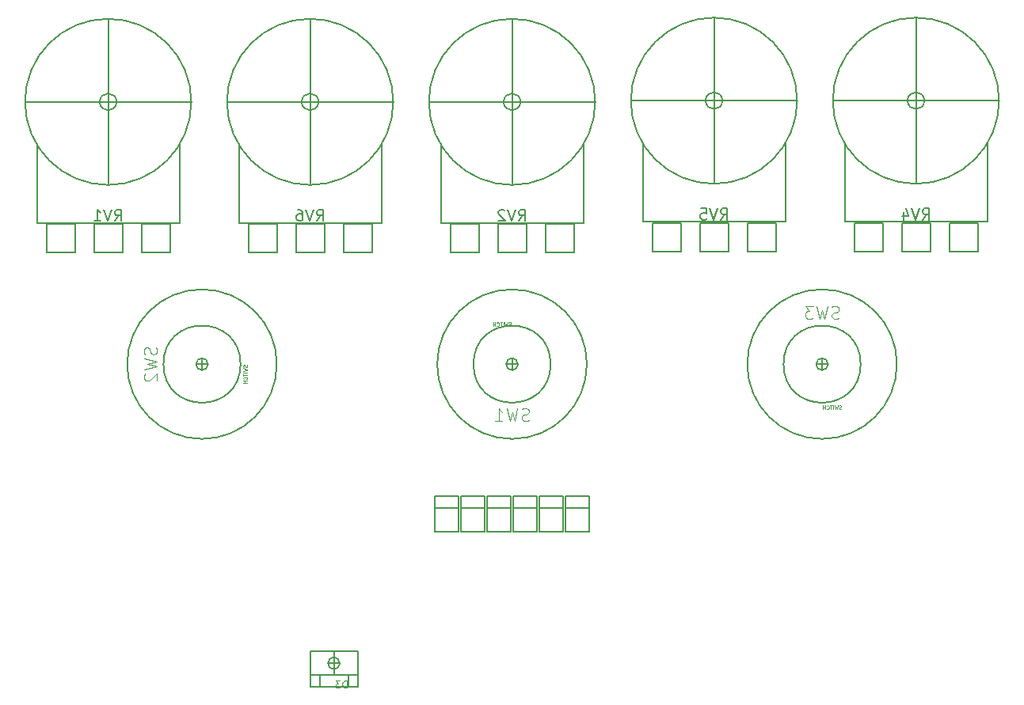
<source format=gbr>
G04 #@! TF.GenerationSoftware,KiCad,Pcbnew,(5.1.9-0-10_14)*
G04 #@! TF.CreationDate,2021-02-25T22:57:31+01:00*
G04 #@! TF.ProjectId,sansamp-gt-2,73616e73-616d-4702-9d67-742d322e6b69,rev?*
G04 #@! TF.SameCoordinates,Original*
G04 #@! TF.FileFunction,Legend,Bot*
G04 #@! TF.FilePolarity,Positive*
%FSLAX46Y46*%
G04 Gerber Fmt 4.6, Leading zero omitted, Abs format (unit mm)*
G04 Created by KiCad (PCBNEW (5.1.9-0-10_14)) date 2021-02-25 22:57:31*
%MOMM*%
%LPD*%
G01*
G04 APERTURE LIST*
%ADD10C,0.127000*%
%ADD11C,0.152400*%
%ADD12C,0.065024*%
%ADD13C,0.113792*%
%ADD14C,0.032512*%
G04 APERTURE END LIST*
D10*
X96266000Y-133223000D02*
X96266000Y-134493000D01*
X99314000Y-133223000D02*
X99314000Y-134493000D01*
X96266000Y-133223000D02*
X96266000Y-134493000D01*
X100330000Y-134112000D02*
X100330000Y-133223000D01*
X100330000Y-134493000D02*
X100330000Y-134112000D01*
X99314000Y-134493000D02*
X100330000Y-134493000D01*
X96266000Y-134493000D02*
X99314000Y-134493000D01*
X95250000Y-134493000D02*
X96266000Y-134493000D01*
X95250000Y-133223000D02*
X95250000Y-134493000D01*
X97790000Y-130683000D02*
X100330000Y-130683000D01*
X97790000Y-133223000D02*
X97790000Y-130683000D01*
X95250000Y-130683000D02*
X95250000Y-133223000D01*
X97790000Y-130683000D02*
X95250000Y-130683000D01*
X100330000Y-133223000D02*
X100330000Y-130683000D01*
X99314000Y-133223000D02*
X100330000Y-133223000D01*
X97790000Y-133223000D02*
X99314000Y-133223000D01*
X96266000Y-133223000D02*
X97790000Y-133223000D01*
X95250000Y-133223000D02*
X96266000Y-133223000D01*
X97155000Y-131953000D02*
X98425000Y-131953000D01*
X97790000Y-131318000D02*
X97790000Y-132588000D01*
X98425000Y-131953000D02*
G75*
G03*
X98425000Y-131953000I-635000J0D01*
G01*
X150622000Y-99949000D02*
G75*
G03*
X150622000Y-99949000I-635000J0D01*
G01*
X149352000Y-99949000D02*
X150622000Y-99949000D01*
X149987000Y-99314000D02*
X149987000Y-100584000D01*
X154110103Y-99949000D02*
G75*
G03*
X154110103Y-99949000I-4123103J0D01*
G01*
X157987000Y-99949000D02*
G75*
G03*
X157987000Y-99949000I-8000000J0D01*
G01*
X84328000Y-99949000D02*
G75*
G03*
X84328000Y-99949000I-635000J0D01*
G01*
X83693000Y-100584000D02*
X83693000Y-99314000D01*
X83058000Y-99949000D02*
X84328000Y-99949000D01*
X87816103Y-99949000D02*
G75*
G03*
X87816103Y-99949000I-4123103J0D01*
G01*
X91693000Y-99949000D02*
G75*
G03*
X91693000Y-99949000I-8000000J0D01*
G01*
X117475000Y-99949000D02*
G75*
G03*
X117475000Y-99949000I-635000J0D01*
G01*
X117475000Y-99949000D02*
X116205000Y-99949000D01*
X116840000Y-100584000D02*
X116840000Y-99314000D01*
X120963103Y-99949000D02*
G75*
G03*
X120963103Y-99949000I-4123103J0D01*
G01*
X124840000Y-99949000D02*
G75*
G03*
X124840000Y-99949000I-8000000J0D01*
G01*
X96148000Y-71882000D02*
G75*
G03*
X96148000Y-71882000I-898000J0D01*
G01*
X87630000Y-76327000D02*
X87630000Y-84836000D01*
X102870000Y-84836000D02*
X102870000Y-76327000D01*
X95250000Y-80772000D02*
X95250000Y-62992000D01*
X86360000Y-71882000D02*
X104140000Y-71882000D01*
X87630000Y-84836000D02*
X102870000Y-84836000D01*
X88646000Y-84963000D02*
X91694000Y-84963000D01*
X93726000Y-84963000D02*
X96774000Y-84963000D01*
X98806000Y-84963000D02*
X101854000Y-84963000D01*
X88646000Y-84963000D02*
X88646000Y-88011000D01*
X88646000Y-88011000D02*
X91694000Y-88011000D01*
X91694000Y-88011000D02*
X91694000Y-84963000D01*
X93726000Y-84963000D02*
X93726000Y-88011000D01*
X93726000Y-88011000D02*
X96774000Y-88011000D01*
X96774000Y-88011000D02*
X96774000Y-84963000D01*
X98806000Y-84963000D02*
X98806000Y-88011000D01*
X98806000Y-88011000D02*
X101854000Y-88011000D01*
X101854000Y-88011000D02*
X101854000Y-84963000D01*
X86360000Y-71882000D02*
G75*
G03*
X95250000Y-80772000I8890000J0D01*
G01*
X95250000Y-80772000D02*
G75*
G03*
X104140000Y-71882000I0J8890000D01*
G01*
X104140000Y-71882002D02*
G75*
G03*
X95250000Y-62992000I-8889901J101D01*
G01*
X95250002Y-62992000D02*
G75*
G03*
X86360000Y-71882000I-101J-8889901D01*
G01*
X139328000Y-71755000D02*
G75*
G03*
X139328000Y-71755000I-898000J0D01*
G01*
X130810000Y-76200000D02*
X130810000Y-84709000D01*
X146050000Y-84709000D02*
X146050000Y-76200000D01*
X138430000Y-80645000D02*
X138430000Y-62865000D01*
X129540000Y-71755000D02*
X147320000Y-71755000D01*
X130810000Y-84709000D02*
X146050000Y-84709000D01*
X131826000Y-84836000D02*
X134874000Y-84836000D01*
X136906000Y-84836000D02*
X139954000Y-84836000D01*
X141986000Y-84836000D02*
X145034000Y-84836000D01*
X131826000Y-84836000D02*
X131826000Y-87884000D01*
X131826000Y-87884000D02*
X134874000Y-87884000D01*
X134874000Y-87884000D02*
X134874000Y-84836000D01*
X136906000Y-84836000D02*
X136906000Y-87884000D01*
X136906000Y-87884000D02*
X139954000Y-87884000D01*
X139954000Y-87884000D02*
X139954000Y-84836000D01*
X141986000Y-84836000D02*
X141986000Y-87884000D01*
X141986000Y-87884000D02*
X145034000Y-87884000D01*
X145034000Y-87884000D02*
X145034000Y-84836000D01*
X129540000Y-71755000D02*
G75*
G03*
X138430000Y-80645000I8890000J0D01*
G01*
X138430000Y-80645000D02*
G75*
G03*
X147320000Y-71755000I0J8890000D01*
G01*
X147320000Y-71755002D02*
G75*
G03*
X138430000Y-62865000I-8889901J101D01*
G01*
X138430002Y-62865000D02*
G75*
G03*
X129540000Y-71755000I-101J-8889901D01*
G01*
X160918000Y-71755000D02*
G75*
G03*
X160918000Y-71755000I-898000J0D01*
G01*
X152400000Y-76200000D02*
X152400000Y-84709000D01*
X167640000Y-84709000D02*
X167640000Y-76200000D01*
X160020000Y-80645000D02*
X160020000Y-62865000D01*
X151130000Y-71755000D02*
X168910000Y-71755000D01*
X152400000Y-84709000D02*
X167640000Y-84709000D01*
X153416000Y-84836000D02*
X156464000Y-84836000D01*
X158496000Y-84836000D02*
X161544000Y-84836000D01*
X163576000Y-84836000D02*
X166624000Y-84836000D01*
X153416000Y-84836000D02*
X153416000Y-87884000D01*
X153416000Y-87884000D02*
X156464000Y-87884000D01*
X156464000Y-87884000D02*
X156464000Y-84836000D01*
X158496000Y-84836000D02*
X158496000Y-87884000D01*
X158496000Y-87884000D02*
X161544000Y-87884000D01*
X161544000Y-87884000D02*
X161544000Y-84836000D01*
X163576000Y-84836000D02*
X163576000Y-87884000D01*
X163576000Y-87884000D02*
X166624000Y-87884000D01*
X166624000Y-87884000D02*
X166624000Y-84836000D01*
X151130000Y-71755000D02*
G75*
G03*
X160020000Y-80645000I8890000J0D01*
G01*
X160020000Y-80645000D02*
G75*
G03*
X168910000Y-71755000I0J8890000D01*
G01*
X168910000Y-71755002D02*
G75*
G03*
X160020000Y-62865000I-8889901J101D01*
G01*
X160020002Y-62865000D02*
G75*
G03*
X151130000Y-71755000I-101J-8889901D01*
G01*
X117738000Y-71882000D02*
G75*
G03*
X117738000Y-71882000I-898000J0D01*
G01*
X109220000Y-76327000D02*
X109220000Y-84836000D01*
X124460000Y-84836000D02*
X124460000Y-76327000D01*
X116840000Y-80772000D02*
X116840000Y-62992000D01*
X107950000Y-71882000D02*
X125730000Y-71882000D01*
X109220000Y-84836000D02*
X124460000Y-84836000D01*
X110236000Y-84963000D02*
X113284000Y-84963000D01*
X115316000Y-84963000D02*
X118364000Y-84963000D01*
X120396000Y-84963000D02*
X123444000Y-84963000D01*
X110236000Y-84963000D02*
X110236000Y-88011000D01*
X110236000Y-88011000D02*
X113284000Y-88011000D01*
X113284000Y-88011000D02*
X113284000Y-84963000D01*
X115316000Y-84963000D02*
X115316000Y-88011000D01*
X115316000Y-88011000D02*
X118364000Y-88011000D01*
X118364000Y-88011000D02*
X118364000Y-84963000D01*
X120396000Y-84963000D02*
X120396000Y-88011000D01*
X120396000Y-88011000D02*
X123444000Y-88011000D01*
X123444000Y-88011000D02*
X123444000Y-84963000D01*
X107950000Y-71882000D02*
G75*
G03*
X116840000Y-80772000I8890000J0D01*
G01*
X116840000Y-80772000D02*
G75*
G03*
X125730000Y-71882000I0J8890000D01*
G01*
X125730000Y-71882002D02*
G75*
G03*
X116840000Y-62992000I-8889901J101D01*
G01*
X116840002Y-62992000D02*
G75*
G03*
X107950000Y-71882000I-101J-8889901D01*
G01*
X74558000Y-71882000D02*
G75*
G03*
X74558000Y-71882000I-898000J0D01*
G01*
X66040000Y-76327000D02*
X66040000Y-84836000D01*
X81280000Y-84836000D02*
X81280000Y-76327000D01*
X73660000Y-80772000D02*
X73660000Y-62992000D01*
X64770000Y-71882000D02*
X82550000Y-71882000D01*
X66040000Y-84836000D02*
X81280000Y-84836000D01*
X67056000Y-84963000D02*
X70104000Y-84963000D01*
X72136000Y-84963000D02*
X75184000Y-84963000D01*
X77216000Y-84963000D02*
X80264000Y-84963000D01*
X67056000Y-84963000D02*
X67056000Y-88011000D01*
X67056000Y-88011000D02*
X70104000Y-88011000D01*
X70104000Y-88011000D02*
X70104000Y-84963000D01*
X72136000Y-84963000D02*
X72136000Y-88011000D01*
X72136000Y-88011000D02*
X75184000Y-88011000D01*
X75184000Y-88011000D02*
X75184000Y-84963000D01*
X77216000Y-84963000D02*
X77216000Y-88011000D01*
X77216000Y-88011000D02*
X80264000Y-88011000D01*
X80264000Y-88011000D02*
X80264000Y-84963000D01*
X64770000Y-71882000D02*
G75*
G03*
X73660000Y-80772000I8890000J0D01*
G01*
X73660000Y-80772000D02*
G75*
G03*
X82550000Y-71882000I0J8890000D01*
G01*
X82550000Y-71882002D02*
G75*
G03*
X73660000Y-62992000I-8889901J101D01*
G01*
X73660002Y-62992000D02*
G75*
G03*
X64770000Y-71882000I-101J-8889901D01*
G01*
D11*
X122555000Y-117856000D02*
X125095000Y-117856000D01*
X125095000Y-117856000D02*
X125095000Y-115316000D01*
X125095000Y-115316000D02*
X122555000Y-115316000D01*
X122555000Y-115316000D02*
X122555000Y-117856000D01*
X122555000Y-115316000D02*
X122555000Y-114046000D01*
X122555000Y-114046000D02*
X125095000Y-114046000D01*
X125095000Y-114046000D02*
X125095000Y-115316000D01*
X108585000Y-117856000D02*
X111125000Y-117856000D01*
X111125000Y-117856000D02*
X111125000Y-115316000D01*
X111125000Y-115316000D02*
X108585000Y-115316000D01*
X108585000Y-115316000D02*
X108585000Y-117856000D01*
X108585000Y-115316000D02*
X108585000Y-114046000D01*
X108585000Y-114046000D02*
X111125000Y-114046000D01*
X111125000Y-114046000D02*
X111125000Y-115316000D01*
X119761000Y-117856000D02*
X122301000Y-117856000D01*
X122301000Y-117856000D02*
X122301000Y-115316000D01*
X122301000Y-115316000D02*
X119761000Y-115316000D01*
X119761000Y-115316000D02*
X119761000Y-117856000D01*
X119761000Y-115316000D02*
X119761000Y-114046000D01*
X119761000Y-114046000D02*
X122301000Y-114046000D01*
X122301000Y-114046000D02*
X122301000Y-115316000D01*
X114173000Y-117856000D02*
X116713000Y-117856000D01*
X116713000Y-117856000D02*
X116713000Y-115316000D01*
X116713000Y-115316000D02*
X114173000Y-115316000D01*
X114173000Y-115316000D02*
X114173000Y-117856000D01*
X114173000Y-115316000D02*
X114173000Y-114046000D01*
X114173000Y-114046000D02*
X116713000Y-114046000D01*
X116713000Y-114046000D02*
X116713000Y-115316000D01*
X116967000Y-117856000D02*
X119507000Y-117856000D01*
X119507000Y-117856000D02*
X119507000Y-115316000D01*
X119507000Y-115316000D02*
X116967000Y-115316000D01*
X116967000Y-115316000D02*
X116967000Y-117856000D01*
X116967000Y-115316000D02*
X116967000Y-114046000D01*
X116967000Y-114046000D02*
X119507000Y-114046000D01*
X119507000Y-114046000D02*
X119507000Y-115316000D01*
X111379000Y-117856000D02*
X113919000Y-117856000D01*
X113919000Y-117856000D02*
X113919000Y-115316000D01*
X113919000Y-115316000D02*
X111379000Y-115316000D01*
X111379000Y-115316000D02*
X111379000Y-117856000D01*
X111379000Y-115316000D02*
X111379000Y-114046000D01*
X111379000Y-114046000D02*
X113919000Y-114046000D01*
X113919000Y-114046000D02*
X113919000Y-115316000D01*
D12*
X99155968Y-134593390D02*
X99155968Y-133821230D01*
X98972120Y-133821230D01*
X98861812Y-133858000D01*
X98788273Y-133931539D01*
X98751503Y-134005078D01*
X98714734Y-134152156D01*
X98714734Y-134262464D01*
X98751503Y-134409542D01*
X98788273Y-134483081D01*
X98861812Y-134556620D01*
X98972120Y-134593390D01*
X99155968Y-134593390D01*
X98457347Y-133821230D02*
X97979343Y-133821230D01*
X98236730Y-134115386D01*
X98126421Y-134115386D01*
X98052882Y-134152156D01*
X98016113Y-134188925D01*
X97979343Y-134262464D01*
X97979343Y-134446312D01*
X98016113Y-134519851D01*
X98052882Y-134556620D01*
X98126421Y-134593390D01*
X98347038Y-134593390D01*
X98420577Y-134556620D01*
X98457347Y-134519851D01*
D13*
X151788706Y-95034946D02*
X151595666Y-95099293D01*
X151273933Y-95099293D01*
X151145240Y-95034946D01*
X151080893Y-94970600D01*
X151016546Y-94841906D01*
X151016546Y-94713213D01*
X151080893Y-94584520D01*
X151145240Y-94520173D01*
X151273933Y-94455826D01*
X151531320Y-94391480D01*
X151660013Y-94327133D01*
X151724360Y-94262786D01*
X151788706Y-94134093D01*
X151788706Y-94005400D01*
X151724360Y-93876706D01*
X151660013Y-93812360D01*
X151531320Y-93748013D01*
X151209586Y-93748013D01*
X151016546Y-93812360D01*
X150566120Y-93748013D02*
X150244386Y-95099293D01*
X149987000Y-94134093D01*
X149729613Y-95099293D01*
X149407880Y-93748013D01*
X149021800Y-93748013D02*
X148185293Y-93748013D01*
X148635720Y-94262786D01*
X148442680Y-94262786D01*
X148313986Y-94327133D01*
X148249640Y-94391480D01*
X148185293Y-94520173D01*
X148185293Y-94841906D01*
X148249640Y-94970600D01*
X148313986Y-95034946D01*
X148442680Y-95099293D01*
X148828760Y-95099293D01*
X148957453Y-95034946D01*
X149021800Y-94970600D01*
D14*
X152012071Y-104743310D02*
X151956917Y-104761695D01*
X151864993Y-104761695D01*
X151828224Y-104743310D01*
X151809839Y-104724925D01*
X151791454Y-104688156D01*
X151791454Y-104651386D01*
X151809839Y-104614617D01*
X151828224Y-104596232D01*
X151864993Y-104577847D01*
X151938532Y-104559462D01*
X151975302Y-104541078D01*
X151993687Y-104522693D01*
X152012071Y-104485923D01*
X152012071Y-104449154D01*
X151993687Y-104412384D01*
X151975302Y-104394000D01*
X151938532Y-104375615D01*
X151846608Y-104375615D01*
X151791454Y-104394000D01*
X151662761Y-104375615D02*
X151570837Y-104761695D01*
X151497298Y-104485923D01*
X151423759Y-104761695D01*
X151331835Y-104375615D01*
X151184757Y-104761695D02*
X151184757Y-104375615D01*
X151056064Y-104375615D02*
X150835447Y-104375615D01*
X150945755Y-104761695D02*
X150945755Y-104375615D01*
X150486136Y-104724925D02*
X150504521Y-104743310D01*
X150559675Y-104761695D01*
X150596445Y-104761695D01*
X150651599Y-104743310D01*
X150688368Y-104706540D01*
X150706753Y-104669771D01*
X150725138Y-104596232D01*
X150725138Y-104541078D01*
X150706753Y-104467539D01*
X150688368Y-104430769D01*
X150651599Y-104394000D01*
X150596445Y-104375615D01*
X150559675Y-104375615D01*
X150504521Y-104394000D01*
X150486136Y-104412384D01*
X150320673Y-104761695D02*
X150320673Y-104375615D01*
X150320673Y-104559462D02*
X150100056Y-104559462D01*
X150100056Y-104761695D02*
X150100056Y-104375615D01*
D13*
X78778946Y-98147293D02*
X78843293Y-98340333D01*
X78843293Y-98662066D01*
X78778946Y-98790760D01*
X78714600Y-98855106D01*
X78585906Y-98919453D01*
X78457213Y-98919453D01*
X78328520Y-98855106D01*
X78264173Y-98790760D01*
X78199826Y-98662066D01*
X78135480Y-98404680D01*
X78071133Y-98275986D01*
X78006786Y-98211640D01*
X77878093Y-98147293D01*
X77749400Y-98147293D01*
X77620706Y-98211640D01*
X77556360Y-98275986D01*
X77492013Y-98404680D01*
X77492013Y-98726413D01*
X77556360Y-98919453D01*
X77492013Y-99369880D02*
X78843293Y-99691613D01*
X77878093Y-99949000D01*
X78843293Y-100206386D01*
X77492013Y-100528120D01*
X77620706Y-100978546D02*
X77556360Y-101042893D01*
X77492013Y-101171586D01*
X77492013Y-101493320D01*
X77556360Y-101622013D01*
X77620706Y-101686360D01*
X77749400Y-101750706D01*
X77878093Y-101750706D01*
X78071133Y-101686360D01*
X78843293Y-100914200D01*
X78843293Y-101750706D01*
D14*
X88487310Y-100043671D02*
X88505695Y-100098826D01*
X88505695Y-100190749D01*
X88487310Y-100227519D01*
X88468925Y-100245904D01*
X88432156Y-100264288D01*
X88395386Y-100264288D01*
X88358617Y-100245904D01*
X88340232Y-100227519D01*
X88321847Y-100190749D01*
X88303462Y-100117210D01*
X88285078Y-100080441D01*
X88266693Y-100062056D01*
X88229923Y-100043671D01*
X88193154Y-100043671D01*
X88156384Y-100062056D01*
X88138000Y-100080441D01*
X88119615Y-100117210D01*
X88119615Y-100209134D01*
X88138000Y-100264288D01*
X88119615Y-100392982D02*
X88505695Y-100484906D01*
X88229923Y-100558445D01*
X88505695Y-100631984D01*
X88119615Y-100723908D01*
X88505695Y-100870986D02*
X88119615Y-100870986D01*
X88119615Y-100999679D02*
X88119615Y-101220296D01*
X88505695Y-101109988D02*
X88119615Y-101109988D01*
X88468925Y-101569607D02*
X88487310Y-101551222D01*
X88505695Y-101496068D01*
X88505695Y-101459298D01*
X88487310Y-101404144D01*
X88450540Y-101367374D01*
X88413771Y-101348989D01*
X88340232Y-101330605D01*
X88285078Y-101330605D01*
X88211539Y-101348989D01*
X88174769Y-101367374D01*
X88138000Y-101404144D01*
X88119615Y-101459298D01*
X88119615Y-101496068D01*
X88138000Y-101551222D01*
X88156384Y-101569607D01*
X88505695Y-101735069D02*
X88119615Y-101735069D01*
X88303462Y-101735069D02*
X88303462Y-101955687D01*
X88505695Y-101955687D02*
X88119615Y-101955687D01*
D13*
X118641706Y-105956946D02*
X118448666Y-106021293D01*
X118126933Y-106021293D01*
X117998240Y-105956946D01*
X117933893Y-105892600D01*
X117869546Y-105763906D01*
X117869546Y-105635213D01*
X117933893Y-105506520D01*
X117998240Y-105442173D01*
X118126933Y-105377826D01*
X118384320Y-105313480D01*
X118513013Y-105249133D01*
X118577360Y-105184786D01*
X118641706Y-105056093D01*
X118641706Y-104927400D01*
X118577360Y-104798706D01*
X118513013Y-104734360D01*
X118384320Y-104670013D01*
X118062586Y-104670013D01*
X117869546Y-104734360D01*
X117419120Y-104670013D02*
X117097386Y-106021293D01*
X116840000Y-105056093D01*
X116582613Y-106021293D01*
X116260880Y-104670013D01*
X115038293Y-106021293D02*
X115810453Y-106021293D01*
X115424373Y-106021293D02*
X115424373Y-104670013D01*
X115553066Y-104863053D01*
X115681760Y-104991746D01*
X115810453Y-105056093D01*
D14*
X116745328Y-95853310D02*
X116690173Y-95871695D01*
X116598250Y-95871695D01*
X116561480Y-95853310D01*
X116543095Y-95834925D01*
X116524711Y-95798156D01*
X116524711Y-95761386D01*
X116543095Y-95724617D01*
X116561480Y-95706232D01*
X116598250Y-95687847D01*
X116671789Y-95669462D01*
X116708558Y-95651078D01*
X116726943Y-95632693D01*
X116745328Y-95595923D01*
X116745328Y-95559154D01*
X116726943Y-95522384D01*
X116708558Y-95504000D01*
X116671789Y-95485615D01*
X116579865Y-95485615D01*
X116524711Y-95504000D01*
X116396017Y-95485615D02*
X116304093Y-95871695D01*
X116230554Y-95595923D01*
X116157015Y-95871695D01*
X116065091Y-95485615D01*
X115918013Y-95871695D02*
X115918013Y-95485615D01*
X115789320Y-95485615D02*
X115568703Y-95485615D01*
X115679011Y-95871695D02*
X115679011Y-95485615D01*
X115219392Y-95834925D02*
X115237777Y-95853310D01*
X115292931Y-95871695D01*
X115329701Y-95871695D01*
X115384855Y-95853310D01*
X115421625Y-95816540D01*
X115440010Y-95779771D01*
X115458394Y-95706232D01*
X115458394Y-95651078D01*
X115440010Y-95577539D01*
X115421625Y-95540769D01*
X115384855Y-95504000D01*
X115329701Y-95485615D01*
X115292931Y-95485615D01*
X115237777Y-95504000D01*
X115219392Y-95522384D01*
X115053930Y-95871695D02*
X115053930Y-95485615D01*
X115053930Y-95669462D02*
X114833312Y-95669462D01*
X114833312Y-95871695D02*
X114833312Y-95485615D01*
D11*
X95968154Y-84619797D02*
X96370321Y-84045273D01*
X96657583Y-84619797D02*
X96657583Y-83413297D01*
X96197964Y-83413297D01*
X96083059Y-83470750D01*
X96025607Y-83528202D01*
X95968154Y-83643107D01*
X95968154Y-83815464D01*
X96025607Y-83930369D01*
X96083059Y-83987821D01*
X96197964Y-84045273D01*
X96657583Y-84045273D01*
X95623440Y-83413297D02*
X95221273Y-84619797D01*
X94819107Y-83413297D01*
X93899869Y-83413297D02*
X94129678Y-83413297D01*
X94244583Y-83470750D01*
X94302035Y-83528202D01*
X94416940Y-83700559D01*
X94474392Y-83930369D01*
X94474392Y-84389988D01*
X94416940Y-84504892D01*
X94359488Y-84562345D01*
X94244583Y-84619797D01*
X94014773Y-84619797D01*
X93899869Y-84562345D01*
X93842416Y-84504892D01*
X93784964Y-84389988D01*
X93784964Y-84102726D01*
X93842416Y-83987821D01*
X93899869Y-83930369D01*
X94014773Y-83872916D01*
X94244583Y-83872916D01*
X94359488Y-83930369D01*
X94416940Y-83987821D01*
X94474392Y-84102726D01*
X139148154Y-84492797D02*
X139550321Y-83918273D01*
X139837583Y-84492797D02*
X139837583Y-83286297D01*
X139377964Y-83286297D01*
X139263059Y-83343750D01*
X139205607Y-83401202D01*
X139148154Y-83516107D01*
X139148154Y-83688464D01*
X139205607Y-83803369D01*
X139263059Y-83860821D01*
X139377964Y-83918273D01*
X139837583Y-83918273D01*
X138803440Y-83286297D02*
X138401273Y-84492797D01*
X137999107Y-83286297D01*
X137022416Y-83286297D02*
X137596940Y-83286297D01*
X137654392Y-83860821D01*
X137596940Y-83803369D01*
X137482035Y-83745916D01*
X137194773Y-83745916D01*
X137079869Y-83803369D01*
X137022416Y-83860821D01*
X136964964Y-83975726D01*
X136964964Y-84262988D01*
X137022416Y-84377892D01*
X137079869Y-84435345D01*
X137194773Y-84492797D01*
X137482035Y-84492797D01*
X137596940Y-84435345D01*
X137654392Y-84377892D01*
X160738154Y-84492797D02*
X161140321Y-83918273D01*
X161427583Y-84492797D02*
X161427583Y-83286297D01*
X160967964Y-83286297D01*
X160853059Y-83343750D01*
X160795607Y-83401202D01*
X160738154Y-83516107D01*
X160738154Y-83688464D01*
X160795607Y-83803369D01*
X160853059Y-83860821D01*
X160967964Y-83918273D01*
X161427583Y-83918273D01*
X160393440Y-83286297D02*
X159991273Y-84492797D01*
X159589107Y-83286297D01*
X158669869Y-83688464D02*
X158669869Y-84492797D01*
X158957130Y-83228845D02*
X159244392Y-84090630D01*
X158497511Y-84090630D01*
X117558154Y-84619797D02*
X117960321Y-84045273D01*
X118247583Y-84619797D02*
X118247583Y-83413297D01*
X117787964Y-83413297D01*
X117673059Y-83470750D01*
X117615607Y-83528202D01*
X117558154Y-83643107D01*
X117558154Y-83815464D01*
X117615607Y-83930369D01*
X117673059Y-83987821D01*
X117787964Y-84045273D01*
X118247583Y-84045273D01*
X117213440Y-83413297D02*
X116811273Y-84619797D01*
X116409107Y-83413297D01*
X116064392Y-83528202D02*
X116006940Y-83470750D01*
X115892035Y-83413297D01*
X115604773Y-83413297D01*
X115489869Y-83470750D01*
X115432416Y-83528202D01*
X115374964Y-83643107D01*
X115374964Y-83758011D01*
X115432416Y-83930369D01*
X116121845Y-84619797D01*
X115374964Y-84619797D01*
X74378154Y-84619797D02*
X74780321Y-84045273D01*
X75067583Y-84619797D02*
X75067583Y-83413297D01*
X74607964Y-83413297D01*
X74493059Y-83470750D01*
X74435607Y-83528202D01*
X74378154Y-83643107D01*
X74378154Y-83815464D01*
X74435607Y-83930369D01*
X74493059Y-83987821D01*
X74607964Y-84045273D01*
X75067583Y-84045273D01*
X74033440Y-83413297D02*
X73631273Y-84619797D01*
X73229107Y-83413297D01*
X72194964Y-84619797D02*
X72884392Y-84619797D01*
X72539678Y-84619797D02*
X72539678Y-83413297D01*
X72654583Y-83585654D01*
X72769488Y-83700559D01*
X72884392Y-83758011D01*
M02*

</source>
